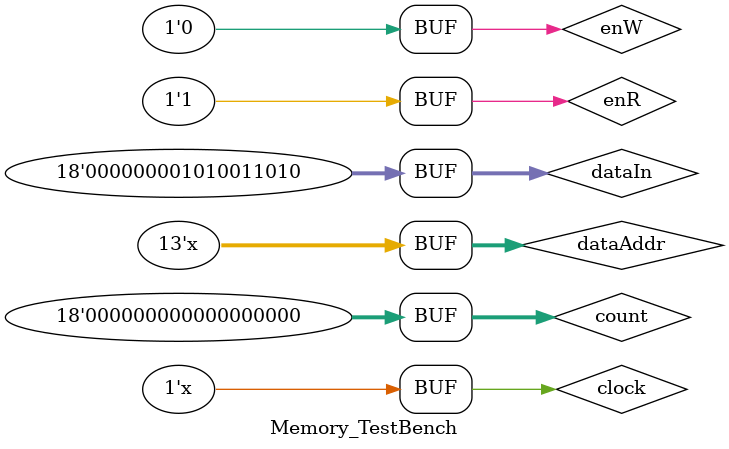
<source format=v>
module Memory_TestBench;
  //ouD_add, inD, in_adrs, clk, rst, re_en, wr_en
  reg clock, reset, enR, enW;
  reg[17:0] count;
  reg[17:0] dataIn;
  reg[12:0] dataAddr;
  wire[17:0] dataOut;
  
  initial begin
     dataIn = 18'd666;   // start with dataIn = 666;
     dataAddr = 13'd0;   // start at address 0
     enW = 0;            // intial Read
     enR = 1;   
     reset = 1;
     count = 0;
     clock = 0;   
  end
  
  always begin
    #5 clock = !clock;
  end
  
  always begin
    
    if( reset == 1 ) begin
      #40 reset = 0;
    end
    
    if( enR == 1 ) begin
      //#10 dataIn = dataIn + 1;
      #10 dataAddr = dataAddr + 1;  // increment the address we're reading
    end
    
  end
    
  // insert instance
  //ouD_add, inD, in_adrs, clk, rst, re_en, wr_en
  Memory U0 (
  .ouD_add(dataOut), 
  .inD(dataIn), 
  .in_adrs(dataAddr), 
  .clk(clock), 
  .rst(reset), 
  .re_en(enR),
  .wr_en(enW)
  );
  
endmodule
</source>
